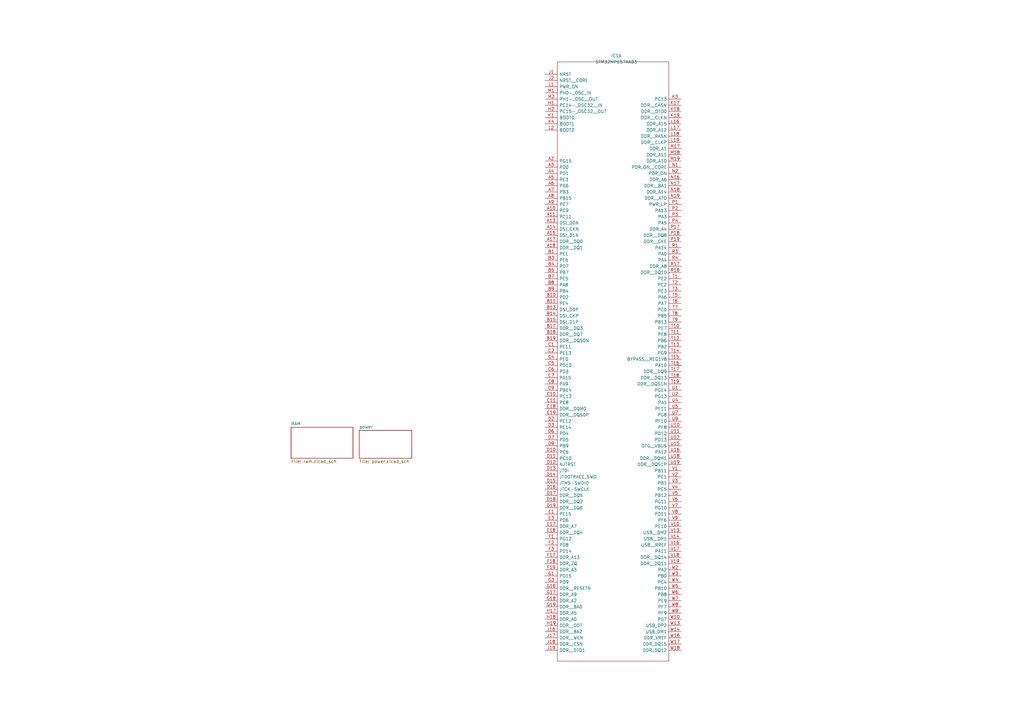
<source format=kicad_sch>
(kicad_sch (version 20230121) (generator eeschema)
  (paper "A3")
  (lib_symbols
    (symbol "ARMband:STM32MP157AAB3_(modified)" (pin_names (offset 0.762))
      (property "Reference" "IC" (at 13.335 137.16 0))
      (property "Value" "STM32MP157AAB3" (at 13.335 134.62 0))
      (symbol "STM32MP157AAB3_(modified)_1_0"
        (pin passive line (at 50.8 -15.24 180) (length 2.54) (name "") (number ""))
        (pin passive line (at -5.08 48.26 0) (length 5.08) (name "PC9") (number "A10"))
        (pin passive line (at -5.08 45.72 0) (length 5.08) (name "PC11") (number "A11"))
        (pin passive line (at -5.08 43.18 0) (length 5.08) (name "DSI_D0N") (number "A13"))
        (pin passive line (at -5.08 40.64 0) (length 5.08) (name "DSI_CKN") (number "A14"))
        (pin passive line (at -5.08 38.1 0) (length 5.08) (name "DSI_D1N") (number "A15"))
        (pin passive line (at -5.08 35.56 0) (length 5.08) (name "DDR__DQ0") (number "A17"))
        (pin passive line (at -5.08 33.02 0) (length 5.08) (name "DDR__DQ1") (number "A18"))
        (pin passive line (at -5.08 68.58 0) (length 5.08) (name "PG15") (number "A2"))
        (pin passive line (at -5.08 66.04 0) (length 5.08) (name "PD0") (number "A3"))
        (pin passive line (at -5.08 63.5 0) (length 5.08) (name "PD1") (number "A4"))
        (pin passive line (at -5.08 60.96 0) (length 5.08) (name "PE3") (number "A5"))
        (pin passive line (at -5.08 58.42 0) (length 5.08) (name "PG6") (number "A6"))
        (pin passive line (at -5.08 55.88 0) (length 5.08) (name "PB3") (number "A7"))
        (pin passive line (at -5.08 53.34 0) (length 5.08) (name "PB15") (number "A8"))
        (pin passive line (at -5.08 50.8 0) (length 5.08) (name "PC7") (number "A9"))
        (pin passive line (at -5.08 30.48 0) (length 5.08) (name "PE1") (number "B1"))
        (pin passive line (at -5.08 12.7 0) (length 5.08) (name "PD2") (number "B10"))
        (pin passive line (at -5.08 10.16 0) (length 5.08) (name "PE4") (number "B11"))
        (pin passive line (at -5.08 7.62 0) (length 5.08) (name "DSI_D0P") (number "B13"))
        (pin passive line (at -5.08 5.08 0) (length 5.08) (name "DSI_CKP") (number "B14"))
        (pin passive line (at -5.08 2.54 0) (length 5.08) (name "DSI_D1P") (number "B15"))
        (pin passive line (at -5.08 0 0) (length 5.08) (name "DDR__DQ3") (number "B17"))
        (pin passive line (at -5.08 -2.54 0) (length 5.08) (name "DDR__DQ7") (number "B18"))
        (pin passive line (at -5.08 -5.08 0) (length 5.08) (name "DDR__DQS0N") (number "B19"))
        (pin passive line (at -5.08 27.94 0) (length 5.08) (name "PE6") (number "B3"))
        (pin passive line (at -5.08 25.4 0) (length 5.08) (name "PD7") (number "B4"))
        (pin passive line (at -5.08 22.86 0) (length 5.08) (name "PB7") (number "B5"))
        (pin passive line (at -5.08 20.32 0) (length 5.08) (name "PE5") (number "B7"))
        (pin passive line (at -5.08 17.78 0) (length 5.08) (name "PA8") (number "B8"))
        (pin passive line (at -5.08 15.24 0) (length 5.08) (name "PB4") (number "B9"))
        (pin passive line (at -5.08 -7.62 0) (length 5.08) (name "PE11") (number "C1"))
        (pin passive line (at -5.08 -27.94 0) (length 5.08) (name "PC12") (number "C10"))
        (pin passive line (at -5.08 -30.48 0) (length 5.08) (name "PC8") (number "C11"))
        (pin passive line (at -5.08 -33.02 0) (length 5.08) (name "DDR__DQM0") (number "C18"))
        (pin passive line (at -5.08 -35.56 0) (length 5.08) (name "DDR__DQS0P") (number "C19"))
        (pin passive line (at -5.08 -10.16 0) (length 5.08) (name "PE13") (number "C2"))
        (pin passive line (at -5.08 -12.7 0) (length 5.08) (name "PE0") (number "C4"))
        (pin passive line (at -5.08 -15.24 0) (length 5.08) (name "PD10") (number "C5"))
        (pin passive line (at -5.08 -17.78 0) (length 5.08) (name "PD3") (number "C6"))
        (pin passive line (at -5.08 -20.32 0) (length 5.08) (name "PA15") (number "C7"))
        (pin passive line (at -5.08 -22.86 0) (length 5.08) (name "PA9") (number "C8"))
        (pin passive line (at -5.08 -25.4 0) (length 5.08) (name "PB14") (number "C9"))
        (pin passive line (at -5.08 -50.8 0) (length 5.08) (name "PC6") (number "D10"))
        (pin passive line (at -5.08 -53.34 0) (length 5.08) (name "PC10") (number "D11"))
        (pin passive line (at -5.08 -55.88 0) (length 5.08) (name "NJTRST") (number "D12"))
        (pin passive line (at -5.08 -58.42 0) (length 5.08) (name "JTDI") (number "D13"))
        (pin passive line (at -5.08 -60.96 0) (length 5.08) (name "JTDOTRACE_SWO") (number "D14"))
        (pin passive line (at -5.08 -63.5 0) (length 5.08) (name "JTMS-SWDIO") (number "D15"))
        (pin passive line (at -5.08 -66.04 0) (length 5.08) (name "JTCK-SWCLK") (number "D16"))
        (pin passive line (at -5.08 -68.58 0) (length 5.08) (name "DDR__DQ5") (number "D17"))
        (pin passive line (at -5.08 -71.12 0) (length 5.08) (name "DDR__DQ2") (number "D18"))
        (pin passive line (at -5.08 -73.66 0) (length 5.08) (name "DDR__DQ6") (number "D19"))
        (pin passive line (at -5.08 -38.1 0) (length 5.08) (name "PE12") (number "D2"))
        (pin passive line (at -5.08 -40.64 0) (length 5.08) (name "PE14") (number "D3"))
        (pin passive line (at -5.08 -43.18 0) (length 5.08) (name "PD4") (number "D6"))
        (pin passive line (at -5.08 -45.72 0) (length 5.08) (name "PD5") (number "D7"))
        (pin passive line (at -5.08 -48.26 0) (length 5.08) (name "PB9") (number "D9"))
        (pin passive line (at -5.08 -76.2 0) (length 5.08) (name "PE15") (number "E1"))
        (pin passive line (at -5.08 -81.28 0) (length 5.08) (name "DDR_A7") (number "E17"))
        (pin passive line (at -5.08 -83.82 0) (length 5.08) (name "DDR__DQ4") (number "E18"))
        (pin passive line (at -5.08 -78.74 0) (length 5.08) (name "PD6") (number "E3"))
        (pin passive line (at -5.08 -86.36 0) (length 5.08) (name "PG12") (number "F1"))
        (pin passive line (at -5.08 -93.98 0) (length 5.08) (name "DDR_A13") (number "F17"))
        (pin passive line (at -5.08 -96.52 0) (length 5.08) (name "DDR_ZQ") (number "F18"))
        (pin passive line (at -5.08 -99.06 0) (length 5.08) (name "DDR_A3") (number "F19"))
        (pin passive line (at -5.08 -88.9 0) (length 5.08) (name "PD8") (number "F2"))
        (pin passive line (at -5.08 -91.44 0) (length 5.08) (name "PD14") (number "F3"))
        (pin passive line (at -5.08 -101.6 0) (length 5.08) (name "PD15") (number "G1"))
        (pin passive line (at -5.08 -106.68 0) (length 5.08) (name "DDR__RESETN") (number "G16"))
        (pin passive line (at -5.08 -109.22 0) (length 5.08) (name "DDR_A9") (number "G17"))
        (pin passive line (at -5.08 -111.76 0) (length 5.08) (name "DDR_A2") (number "G18"))
        (pin passive line (at -5.08 -114.3 0) (length 5.08) (name "DDR__BA0") (number "G19"))
        (pin passive line (at -5.08 -104.14 0) (length 5.08) (name "PD9") (number "G3"))
        (pin passive line (at -5.08 91.44 0) (length 5.08) (name "PC14-_OSC32__IN") (number "H1"))
        (pin passive line (at -5.08 -116.84 0) (length 5.08) (name "DDR_A5") (number "H17"))
        (pin passive line (at -5.08 -119.38 0) (length 5.08) (name "DDR_A0") (number "H18"))
        (pin passive line (at -5.08 -121.92 0) (length 5.08) (name "DDR__ODT") (number "H19"))
        (pin passive line (at -5.08 88.9 0) (length 5.08) (name "PC15-_OSC32__OUT") (number "H2"))
        (pin passive line (at -5.08 104.14 0) (length 5.08) (name "NRST") (number "J1"))
        (pin passive line (at -5.08 -124.46 0) (length 5.08) (name "DDR__BA2") (number "J16"))
        (pin passive line (at -5.08 -127 0) (length 5.08) (name "DDR__WEN") (number "J17"))
        (pin passive line (at -5.08 -129.54 0) (length 5.08) (name "DDR__CSN") (number "J18"))
        (pin passive line (at -5.08 -132.08 0) (length 5.08) (name "DDR__DTO1") (number "J19"))
        (pin passive line (at -5.08 101.6 0) (length 5.08) (name "NRST__CORE") (number "J2"))
        (pin passive line (at -5.08 86.36 0) (length 5.08) (name "BOOT0") (number "K1"))
        (pin passive line (at 50.8 91.44 180) (length 5.08) (name "DDR__CASN") (number "K17"))
        (pin passive line (at 50.8 88.9 180) (length 5.08) (name "DDR__DTO0") (number "K18"))
        (pin passive line (at 50.8 86.36 180) (length 5.08) (name "DDR__CLKN") (number "K19"))
        (pin passive line (at 50.8 93.98 180) (length 5.08) (name "PC13") (number "K3"))
        (pin passive line (at -5.08 83.82 0) (length 5.08) (name "BOOT1") (number "K4"))
        (pin passive line (at -5.08 99.06 0) (length 5.08) (name "PWR_ON") (number "L1"))
        (pin passive line (at 50.8 83.82 180) (length 5.08) (name "DDR_A15") (number "L16"))
        (pin passive line (at 50.8 81.28 180) (length 5.08) (name "DDR_A12") (number "L17"))
        (pin passive line (at 50.8 78.74 180) (length 5.08) (name "DDR__RASN") (number "L18"))
        (pin passive line (at 50.8 76.2 180) (length 5.08) (name "DDR__CLKP") (number "L19"))
        (pin passive line (at -5.08 81.28 0) (length 5.08) (name "BOOT2") (number "L2"))
        (pin passive line (at -5.08 96.52 0) (length 5.08) (name "PH0-_OSC_IN") (number "M1"))
        (pin passive line (at 50.8 73.66 180) (length 5.08) (name "DDR_A1") (number "M17"))
        (pin passive line (at 50.8 71.12 180) (length 5.08) (name "DDR_A11") (number "M18"))
        (pin passive line (at 50.8 68.58 180) (length 5.08) (name "DDR_A10") (number "M19"))
        (pin passive line (at -5.08 93.98 0) (length 5.08) (name "PH1-_OSC__OUT") (number "M2"))
        (pin passive line (at 50.8 66.04 180) (length 5.08) (name "PDR_ON__CORE") (number "N1"))
        (pin passive line (at 50.8 60.96 180) (length 5.08) (name "DDR_A6") (number "N16"))
        (pin passive line (at 50.8 58.42 180) (length 5.08) (name "DDR__BA1") (number "N17"))
        (pin passive line (at 50.8 55.88 180) (length 5.08) (name "DDR_A14") (number "N18"))
        (pin passive line (at 50.8 53.34 180) (length 5.08) (name "DDR__ATO") (number "N19"))
        (pin passive line (at 50.8 63.5 180) (length 5.08) (name "PDR_ON") (number "N2"))
        (pin passive line (at 50.8 50.8 180) (length 5.08) (name "PWR_LP") (number "P1"))
        (pin passive line (at 50.8 40.64 180) (length 5.08) (name "DDR_A4") (number "P17"))
        (pin passive line (at 50.8 38.1 180) (length 5.08) (name "DDR__DQ8") (number "P18"))
        (pin passive line (at 50.8 35.56 180) (length 5.08) (name "DDR__CKE") (number "P19"))
        (pin passive line (at 50.8 48.26 180) (length 5.08) (name "PA13") (number "P2"))
        (pin passive line (at 50.8 45.72 180) (length 5.08) (name "PA3") (number "P3"))
        (pin passive line (at 50.8 43.18 180) (length 5.08) (name "PA5") (number "P4"))
        (pin passive line (at 50.8 33.02 180) (length 5.08) (name "PA14") (number "R1"))
        (pin passive line (at 50.8 25.4 180) (length 5.08) (name "DDR_A8") (number "R17"))
        (pin passive line (at 50.8 22.86 180) (length 5.08) (name "DDR__DQ10") (number "R18"))
        (pin passive line (at 50.8 30.48 180) (length 5.08) (name "PA0") (number "R3"))
        (pin passive line (at 50.8 27.94 180) (length 5.08) (name "PA4") (number "R4"))
        (pin passive line (at 50.8 20.32 180) (length 5.08) (name "PE2") (number "T1"))
        (pin passive line (at 50.8 0 180) (length 5.08) (name "PE7") (number "T10"))
        (pin passive line (at 50.8 -2.54 180) (length 5.08) (name "PE8") (number "T11"))
        (pin passive line (at 50.8 -5.08 180) (length 5.08) (name "PB6") (number "T12"))
        (pin passive line (at 50.8 -7.62 180) (length 5.08) (name "PB2") (number "T13"))
        (pin passive line (at 50.8 -10.16 180) (length 5.08) (name "PG9") (number "T14"))
        (pin passive line (at 50.8 -12.7 180) (length 5.08) (name "BYPASS__REG1V8") (number "T15"))
        (pin passive line (at 50.8 -15.24 180) (length 5.08) (name "PA10") (number "T16"))
        (pin passive line (at 50.8 -17.78 180) (length 5.08) (name "DDR__DQ9") (number "T17"))
        (pin passive line (at 50.8 -20.32 180) (length 5.08) (name "DDR__DQ13") (number "T18"))
        (pin passive line (at 50.8 -22.86 180) (length 5.08) (name "DDR__DQS1N") (number "T19"))
        (pin passive line (at 50.8 17.78 180) (length 5.08) (name "PC2") (number "T2"))
        (pin passive line (at 50.8 15.24 180) (length 5.08) (name "PC3") (number "T3"))
        (pin passive line (at 50.8 12.7 180) (length 5.08) (name "PA6") (number "T5"))
        (pin passive line (at 50.8 10.16 180) (length 5.08) (name "PA7") (number "T6"))
        (pin passive line (at 50.8 7.62 180) (length 5.08) (name "PC0") (number "T7"))
        (pin passive line (at 50.8 5.08 180) (length 5.08) (name "PB5") (number "T8"))
        (pin passive line (at 50.8 2.54 180) (length 5.08) (name "PB13") (number "T9"))
        (pin passive line (at 50.8 -25.4 180) (length 5.08) (name "PG14") (number "U1"))
        (pin passive line (at 50.8 -40.64 180) (length 5.08) (name "PF8") (number "U10"))
        (pin passive line (at 50.8 -43.18 180) (length 5.08) (name "PD12") (number "U11"))
        (pin passive line (at 50.8 -45.72 180) (length 5.08) (name "PD13") (number "U12"))
        (pin passive line (at 50.8 -48.26 180) (length 5.08) (name "OTG__VBUS") (number "U15"))
        (pin passive line (at 50.8 -50.8 180) (length 5.08) (name "PA12") (number "U16"))
        (pin passive line (at 50.8 -53.34 180) (length 5.08) (name "DDR__DQM1") (number "U18"))
        (pin passive line (at 50.8 -55.88 180) (length 5.08) (name "DDR__DQS1P") (number "U19"))
        (pin passive line (at 50.8 -27.94 180) (length 5.08) (name "PG13") (number "U2"))
        (pin passive line (at 50.8 -30.48 180) (length 5.08) (name "PA1") (number "U4"))
        (pin passive line (at 50.8 -33.02 180) (length 5.08) (name "PF11") (number "U5"))
        (pin passive line (at 50.8 -35.56 180) (length 5.08) (name "PG8") (number "U7"))
        (pin passive line (at 50.8 -38.1 180) (length 5.08) (name "PF10") (number "U9"))
        (pin passive line (at 50.8 -58.42 180) (length 5.08) (name "PB11") (number "V1"))
        (pin passive line (at 50.8 -81.28 180) (length 5.08) (name "PE10") (number "V10"))
        (pin passive line (at 50.8 -83.82 180) (length 5.08) (name "USB__DM2") (number "V13"))
        (pin passive line (at 50.8 -86.36 180) (length 5.08) (name "USB__DP1") (number "V14"))
        (pin passive line (at 50.8 -88.9 180) (length 5.08) (name "USB__RREF") (number "V16"))
        (pin passive line (at 50.8 -91.44 180) (length 5.08) (name "PA11") (number "V17"))
        (pin passive line (at 50.8 -93.98 180) (length 5.08) (name "DDR__DQ14") (number "V18"))
        (pin passive line (at 50.8 -96.52 180) (length 5.08) (name "DDR__DQ11") (number "V19"))
        (pin passive line (at 50.8 -60.96 180) (length 5.08) (name "PC1") (number "V2"))
        (pin passive line (at 50.8 -63.5 180) (length 5.08) (name "PB1") (number "V3"))
        (pin passive line (at 50.8 -66.04 180) (length 5.08) (name "PC5") (number "V4"))
        (pin passive line (at 50.8 -68.58 180) (length 5.08) (name "PB12") (number "V5"))
        (pin passive line (at 50.8 -71.12 180) (length 5.08) (name "PG11") (number "V6"))
        (pin passive line (at 50.8 -73.66 180) (length 5.08) (name "PG10") (number "V7"))
        (pin passive line (at 50.8 -76.2 180) (length 5.08) (name "PD11") (number "V8"))
        (pin passive line (at 50.8 -78.74 180) (length 5.08) (name "PF6") (number "V9"))
        (pin passive line (at 50.8 -119.38 180) (length 5.08) (name "PG7") (number "W10"))
        (pin passive line (at 50.8 -121.92 180) (length 5.08) (name "USB_DP2") (number "W13"))
        (pin passive line (at 50.8 -124.46 180) (length 5.08) (name "USB_DM1") (number "W14"))
        (pin passive line (at 50.8 -127 180) (length 5.08) (name "DDR_VREF") (number "W16"))
        (pin passive line (at 50.8 -129.54 180) (length 5.08) (name "DDR_DQ15") (number "W17"))
        (pin passive line (at 50.8 -132.08 180) (length 5.08) (name "DDR_DQ12") (number "W18"))
        (pin passive line (at 50.8 -99.06 180) (length 5.08) (name "PA2") (number "W2"))
        (pin passive line (at 50.8 -101.6 180) (length 5.08) (name "PB0") (number "W3"))
        (pin passive line (at 50.8 -104.14 180) (length 5.08) (name "PC4") (number "W4"))
        (pin passive line (at 50.8 -106.68 180) (length 5.08) (name "PB10") (number "W5"))
        (pin passive line (at 50.8 -109.22 180) (length 5.08) (name "PB8") (number "W6"))
        (pin passive line (at 50.8 -111.76 180) (length 5.08) (name "PE9") (number "W7"))
        (pin passive line (at 50.8 -114.3 180) (length 5.08) (name "PF7") (number "W8"))
        (pin passive line (at 50.8 -116.84 180) (length 5.08) (name "PF9") (number "W9"))
      )
      (symbol "STM32MP157AAB3_(modified)_1_1"
        (rectangle (start 0 109.22) (end 45.72 -136.525))
      )
      (symbol "STM32MP157AAB3_(modified)_2_0"
        (pin passive line (at -124.46 -28.575 90) (length 5.08) (name "VSS_1") (number "A1"))
        (pin passive line (at -91.44 28.575 270) (length 5.08) (name "VDD_DSI") (number "A12"))
        (pin passive line (at -88.9 28.575 270) (length 5.08) (name "VDD1V2__DSI_PHY") (number "A16"))
        (pin passive line (at -121.92 -28.575 90) (length 5.08) (name "VSS_2") (number "A19"))
        (pin passive line (at -86.36 28.575 270) (length 5.08) (name "VDDA_1V8_DSI") (number "B12"))
        (pin passive line (at -83.82 28.575 270) (length 5.08) (name "VDD_1V2_DSI__REG") (number "B16"))
        (pin passive line (at -119.38 -28.575 90) (length 5.08) (name "VSS_3") (number "B2"))
        (pin passive line (at -116.84 -28.575 90) (length 5.08) (name "VSS_4") (number "B6"))
        (pin passive line (at -111.76 -28.575 90) (length 5.08) (name "VSS_DSI_1") (number "C12"))
        (pin passive line (at -109.22 -28.575 90) (length 5.08) (name "VSS_DSI_2") (number "C13"))
        (pin passive line (at -106.68 -28.575 90) (length 5.08) (name "VSS_DSI_3") (number "C14"))
        (pin passive line (at -104.14 -28.575 90) (length 5.08) (name "VSS_DSI_4") (number "C15"))
        (pin passive line (at -101.6 -28.575 90) (length 5.08) (name "VSS_DSI_5") (number "C16"))
        (pin passive line (at -99.06 -28.575 90) (length 5.08) (name "VSS_6") (number "C17"))
        (pin passive line (at -114.3 -28.575 90) (length 5.08) (name "VSS_5") (number "C3"))
        (pin passive line (at -96.52 -28.575 90) (length 5.08) (name "VSS_7") (number "D1"))
        (pin passive line (at -93.98 -28.575 90) (length 5.08) (name "VSS_8") (number "D4"))
        (pin passive line (at -91.44 -28.575 90) (length 5.08) (name "VSS_9") (number "D5"))
        (pin passive line (at -88.9 -28.575 90) (length 5.08) (name "VSS_10") (number "D8"))
        (pin passive line (at -73.66 -28.575 90) (length 5.08) (name "VSS_16") (number "E10"))
        (pin passive line (at -76.2 28.575 270) (length 5.08) (name "VDD_CORE_3") (number "E11"))
        (pin passive line (at -71.12 -28.575 90) (length 5.08) (name "VSS_17") (number "E12"))
        (pin passive line (at -73.66 28.575 270) (length 5.08) (name "VDD_CORE_4") (number "E13"))
        (pin passive line (at -68.58 -28.575 90) (length 5.08) (name "VSS_18") (number "E14"))
        (pin passive line (at -71.12 28.575 270) (length 5.08) (name "VDDQ__DDR_1") (number "E15"))
        (pin passive line (at -66.04 -28.575 90) (length 5.08) (name "VSS_19") (number "E16"))
        (pin passive line (at -86.36 -28.575 90) (length 5.08) (name "VSS_11") (number "E2"))
        (pin passive line (at -83.82 -28.575 90) (length 5.08) (name "VSS_12") (number "E4"))
        (pin passive line (at -81.28 -28.575 90) (length 5.08) (name "VSS_13") (number "E5"))
        (pin passive line (at -78.74 -28.575 90) (length 5.08) (name "VSS_14") (number "E6"))
        (pin passive line (at -81.28 28.575 270) (length 5.08) (name "VDD_CORE_1") (number "E7"))
        (pin passive line (at -76.2 -28.575 90) (length 5.08) (name "VSS_15") (number "E8"))
        (pin passive line (at -78.74 28.575 270) (length 5.08) (name "VDD_CORE_2") (number "E9"))
        (pin passive line (at -60.96 28.575 270) (length 5.08) (name "VDD_CORE_8") (number "F10"))
        (pin passive line (at -55.88 -28.575 90) (length 5.08) (name "VSS_23") (number "F11"))
        (pin passive line (at -58.42 28.575 270) (length 5.08) (name "VDD_CORE_9") (number "F12"))
        (pin passive line (at -53.34 -28.575 90) (length 5.08) (name "VSS__PLL2") (number "F13"))
        (pin passive line (at -55.88 28.575 270) (length 5.08) (name "VDDQ__DDR_2") (number "F14"))
        (pin passive line (at -50.8 -28.575 90) (length 5.08) (name "VSS_24") (number "F15"))
        (pin passive line (at -68.58 28.575 270) (length 5.08) (name "VDD_CORE_5") (number "F4"))
        (pin passive line (at -63.5 -28.575 90) (length 5.08) (name "VSS_20") (number "F5"))
        (pin passive line (at -66.04 28.575 270) (length 5.08) (name "VDD_CORE_6") (number "F6"))
        (pin passive line (at -60.96 -28.575 90) (length 5.08) (name "VSS_21") (number "F7"))
        (pin passive line (at -63.5 28.575 270) (length 5.08) (name "VDD_CORE_7") (number "F8"))
        (pin passive line (at -58.42 -28.575 90) (length 5.08) (name "VSS_22") (number "F9"))
        (pin passive line (at -38.1 -28.575 90) (length 5.08) (name "VSS_29") (number "G10"))
        (pin passive line (at -45.72 28.575 270) (length 5.08) (name "VDD_CORE_13") (number "G11"))
        (pin passive line (at -35.56 -28.575 90) (length 5.08) (name "VSS_30") (number "G12"))
        (pin passive line (at -43.18 28.575 270) (length 5.08) (name "VDD__PLL2") (number "G13"))
        (pin passive line (at -33.02 -28.575 90) (length 5.08) (name "VSS_31") (number "G14"))
        (pin passive line (at -40.64 28.575 270) (length 5.08) (name "VDDQ__DDR_3") (number "G15"))
        (pin passive line (at -48.26 -28.575 90) (length 5.08) (name "VSS_25") (number "G2"))
        (pin passive line (at -45.72 -28.575 90) (length 5.08) (name "VSS_26") (number "G4"))
        (pin passive line (at -53.34 28.575 270) (length 5.08) (name "VDD_CORE_10") (number "G5"))
        (pin passive line (at -43.18 -28.575 90) (length 5.08) (name "VSS_27") (number "G6"))
        (pin passive line (at -50.8 28.575 270) (length 5.08) (name "VDD_CORE_11") (number "G7"))
        (pin passive line (at -40.64 -28.575 90) (length 5.08) (name "VSS_28") (number "G8"))
        (pin passive line (at -48.26 28.575 270) (length 5.08) (name "VDD_CORE_12") (number "G9"))
        (pin passive line (at -27.94 28.575 270) (length 5.08) (name "VDD_CORE_17") (number "H10"))
        (pin passive line (at -22.86 -28.575 90) (length 5.08) (name "VSS_35") (number "H11"))
        (pin passive line (at -25.4 28.575 270) (length 5.08) (name "VDD_CORE_18") (number "H12"))
        (pin passive line (at -20.32 -28.575 90) (length 5.08) (name "VSS_36") (number "H13"))
        (pin passive line (at -22.86 28.575 270) (length 5.08) (name "VDDQ__DDR_4") (number "H14"))
        (pin passive line (at -17.78 -28.575 90) (length 5.08) (name "VSS_37") (number "H15"))
        (pin passive line (at -38.1 28.575 270) (length 5.08) (name "VBAT") (number "H3"))
        (pin passive line (at -35.56 28.575 270) (length 5.08) (name "VDD_CORE_14") (number "H4"))
        (pin passive line (at -30.48 -28.575 90) (length 5.08) (name "VSS_32") (number "H5"))
        (pin passive line (at -33.02 28.575 270) (length 5.08) (name "VDD_CORE_15") (number "H6"))
        (pin passive line (at -27.94 -28.575 90) (length 5.08) (name "VSS_33") (number "H7"))
        (pin passive line (at -30.48 28.575 270) (length 5.08) (name "VDD_CORE_16") (number "H8"))
        (pin passive line (at -25.4 -28.575 90) (length 5.08) (name "VSS_34") (number "H9"))
        (pin passive line (at -5.08 -28.575 90) (length 5.08) (name "VSS_41") (number "J10"))
        (pin passive line (at -12.7 28.575 270) (length 5.08) (name "VDD_CORE_21") (number "J11"))
        (pin passive line (at -2.54 -28.575 90) (length 5.08) (name "VSS_42") (number "J12"))
        (pin passive line (at -10.16 28.575 270) (length 5.08) (name "VDD_CORE_22") (number "J13"))
        (pin passive line (at 0 -28.575 90) (length 5.08) (name "VSS_43") (number "J14"))
        (pin passive line (at -7.62 28.575 270) (length 5.08) (name "VDDQ__DDR_5") (number "J15"))
        (pin passive line (at -15.24 -28.575 90) (length 5.08) (name "VSS_38") (number "J3"))
        (pin passive line (at -12.7 -28.575 90) (length 5.08) (name "VSS_PLL") (number "J4"))
        (pin passive line (at -20.32 28.575 270) (length 5.08) (name "VDD_PLL") (number "J5"))
        (pin passive line (at -10.16 -28.575 90) (length 5.08) (name "VSS_39") (number "J6"))
        (pin passive line (at -17.78 28.575 270) (length 5.08) (name "VDD_CORE_19") (number "J7"))
        (pin passive line (at -7.62 -28.575 90) (length 5.08) (name "VSS_40") (number "J8"))
        (pin passive line (at -15.24 28.575 270) (length 5.08) (name "VDD_CORE_20") (number "J9"))
        (pin passive line (at 0 28.575 270) (length 5.08) (name "VDD_CORE_24") (number "K10"))
        (pin passive line (at 12.7 -28.575 90) (length 5.08) (name "VSS_48") (number "K11"))
        (pin passive line (at 2.54 28.575 270) (length 5.08) (name "VDD_CORE_25") (number "K12"))
        (pin passive line (at 15.24 -28.575 90) (length 5.08) (name "VSS_49") (number "K13"))
        (pin passive line (at 5.08 28.575 270) (length 5.08) (name "VDDQ__DDR_6") (number "K14"))
        (pin passive line (at 17.78 -28.575 90) (length 5.08) (name "VSS_50") (number "K15"))
        (pin passive line (at 2.54 -28.575 90) (length 5.08) (name "VSS_44") (number "K2"))
        (pin passive line (at 5.08 -28.575 90) (length 5.08) (name "VSS_45") (number "K5"))
        (pin passive line (at -5.08 28.575 270) (length 5.08) (name "VDD_1") (number "K6"))
        (pin passive line (at 7.62 -28.575 90) (length 5.08) (name "VSS_46") (number "K7"))
        (pin passive line (at -2.54 28.575 270) (length 5.08) (name "VDD_CORE_23") (number "K8"))
        (pin passive line (at 10.16 -28.575 90) (length 5.08) (name "VSS_47") (number "K9"))
        (pin passive line (at 27.94 -28.575 90) (length 5.08) (name "VSS_53") (number "L10"))
        (pin passive line (at 17.78 28.575 270) (length 5.08) (name "VDD_CORE_27") (number "L11"))
        (pin passive line (at 30.48 -28.575 90) (length 5.08) (name "VSS_54") (number "L12"))
        (pin passive line (at 20.32 28.575 270) (length 5.08) (name "VDD_CORE_28") (number "L13"))
        (pin passive line (at 33.02 -28.575 90) (length 5.08) (name "VSS_55") (number "L14"))
        (pin passive line (at 22.86 28.575 270) (length 5.08) (name "VDDQ__DDR_7") (number "L15"))
        (pin passive line (at 7.62 28.575 270) (length 5.08) (name "VDD__ANA") (number "L3"))
        (pin passive line (at 20.32 -28.575 90) (length 5.08) (name "VSS__ANA") (number "L4"))
        (pin passive line (at 10.16 28.575 270) (length 5.08) (name "VDD_2") (number "L5"))
        (pin passive line (at 22.86 -28.575 90) (length 5.08) (name "VSS_51") (number "L6"))
        (pin passive line (at 12.7 28.575 270) (length 5.08) (name "VDD_3") (number "L7"))
        (pin passive line (at 25.4 -28.575 90) (length 5.08) (name "VSS_52") (number "L8"))
        (pin passive line (at 15.24 28.575 270) (length 5.08) (name "VDD_CORE_26") (number "L9"))
        (pin passive line (at 35.56 28.575 270) (length 5.08) (name "VDD_CORE_29") (number "M10"))
        (pin passive line (at 43.18 -28.575 90) (length 5.08) (name "VSS_59") (number "M11"))
        (pin passive line (at 38.1 28.575 270) (length 5.08) (name "VDD_CORE_30") (number "M12"))
        (pin passive line (at 45.72 -28.575 90) (length 5.08) (name "VSS_60") (number "M13"))
        (pin passive line (at 40.64 28.575 270) (length 5.08) (name "VDDQ__DDR_8") (number "M14"))
        (pin passive line (at 48.26 -28.575 90) (length 5.08) (name "VSS_61") (number "M15"))
        (pin passive line (at 25.4 28.575 270) (length 5.08) (name "VREF-") (number "M3"))
        (pin passive line (at 27.94 28.575 270) (length 5.08) (name "VDDA") (number "M4"))
        (pin passive line (at 35.56 -28.575 90) (length 5.08) (name "VSS_56") (number "M5"))
        (pin passive line (at 30.48 28.575 270) (length 5.08) (name "VDD_4") (number "M6"))
        (pin passive line (at 38.1 -28.575 90) (length 5.08) (name "VSS_57") (number "M7"))
        (pin passive line (at 33.02 28.575 270) (length 5.08) (name "VDD_5") (number "M8"))
        (pin passive line (at 40.64 -28.575 90) (length 5.08) (name "VSS_58") (number "M9"))
        (pin passive line (at 58.42 -28.575 90) (length 5.08) (name "VSS_64") (number "N10"))
        (pin passive line (at 53.34 28.575 270) (length 5.08) (name "VDD_CORE_31") (number "N11"))
        (pin passive line (at 60.96 -28.575 90) (length 5.08) (name "VSS_65") (number "N12"))
        (pin passive line (at 55.88 28.575 270) (length 5.08) (name "VDD_CORE_32") (number "N13"))
        (pin passive line (at 63.5 -28.575 90) (length 5.08) (name "VSS_66") (number "N14"))
        (pin passive line (at 58.42 28.575 270) (length 5.08) (name "VDDQ__DDR_9") (number "N15"))
        (pin passive line (at 43.18 28.575 270) (length 5.08) (name "VREF+") (number "N3"))
        (pin passive line (at 50.8 -28.575 90) (length 5.08) (name "VSSA_1") (number "N4"))
        (pin passive line (at 45.72 28.575 270) (length 5.08) (name "VDD_6") (number "N5"))
        (pin passive line (at 53.34 -28.575 90) (length 5.08) (name "VSS_62") (number "N6"))
        (pin passive line (at 48.26 28.575 270) (length 5.08) (name "VDD_7") (number "N7"))
        (pin passive line (at 55.88 -28.575 90) (length 5.08) (name "VSS_63") (number "N8"))
        (pin passive line (at 50.8 28.575 270) (length 5.08) (name "VDD_8") (number "N9"))
        (pin passive line (at 66.04 28.575 270) (length 5.08) (name "VDD_11") (number "P10"))
        (pin passive line (at 73.66 -28.575 90) (length 5.08) (name "VSS_69") (number "P11"))
        (pin passive line (at 68.58 28.575 270) (length 5.08) (name "VDD_CORE_33") (number "P12"))
        (pin passive line (at 76.2 -28.575 90) (length 5.08) (name "VSS_70") (number "P13"))
        (pin passive line (at 71.12 28.575 270) (length 5.08) (name "VDDQ__DDR_10") (number "P14"))
        (pin passive line (at 78.74 -28.575 90) (length 5.08) (name "VSS_71") (number "P15"))
        (pin passive line (at 66.04 -28.575 90) (length 5.08) (name "VSSA_2") (number "P5"))
        (pin passive line (at 60.96 28.575 270) (length 5.08) (name "VDD_9") (number "P6"))
        (pin passive line (at 68.58 -28.575 90) (length 5.08) (name "VSS_67") (number "P7"))
        (pin passive line (at 63.5 28.575 270) (length 5.08) (name "VDD_10") (number "P8"))
        (pin passive line (at 71.12 -28.575 90) (length 5.08) (name "VSS_68") (number "P9"))
        (pin passive line (at 91.44 -28.575 90) (length 5.08) (name "VSS_75") (number "R10"))
        (pin passive line (at 78.74 28.575 270) (length 5.08) (name "VDD_14") (number "R11"))
        (pin passive line (at 93.98 -28.575 90) (length 5.08) (name "VSS_76") (number "R12"))
        (pin passive line (at 81.28 28.575 270) (length 5.08) (name "VDD_CORE_34") (number "R13"))
        (pin passive line (at 96.52 -28.575 90) (length 5.08) (name "VSS_77") (number "R14"))
        (pin passive line (at 83.82 28.575 270) (length 5.08) (name "VDDQ__DDR_11") (number "R15"))
        (pin passive line (at 99.06 -28.575 90) (length 5.08) (name "VSS_78") (number "R16"))
        (pin passive line (at 81.28 -28.575 90) (length 5.08) (name "VSS_72") (number "R2"))
        (pin passive line (at 83.82 -28.575 90) (length 5.08) (name "VSSA_3") (number "R5"))
        (pin passive line (at 86.36 -28.575 90) (length 5.08) (name "VSS_73") (number "R6"))
        (pin passive line (at 73.66 28.575 270) (length 5.08) (name "VDD_12") (number "R7"))
        (pin passive line (at 88.9 -28.575 90) (length 5.08) (name "VSS_74") (number "R8"))
        (pin passive line (at 76.2 28.575 270) (length 5.08) (name "VDD_13") (number "R9"))
        (pin passive line (at 101.6 -28.575 90) (length 5.08) (name "VSS_79") (number "T4"))
        (pin passive line (at 111.76 -28.575 90) (length 5.08) (name "VSS__USBHS_1") (number "U13"))
        (pin passive line (at 114.3 -28.575 90) (length 5.08) (name "VSS__USBHS_2") (number "U14"))
        (pin passive line (at 116.84 -28.575 90) (length 5.08) (name "VSS_83") (number "U17"))
        (pin passive line (at 104.14 -28.575 90) (length 5.08) (name "VSS_80") (number "U3"))
        (pin passive line (at 106.68 -28.575 90) (length 5.08) (name "VSS_81") (number "U6"))
        (pin passive line (at 109.22 -28.575 90) (length 5.08) (name "VSS_82") (number "U8"))
        (pin passive line (at 86.36 28.575 270) (length 5.08) (name "VDDA_1V8_REG") (number "V11"))
        (pin passive line (at 119.38 -28.575 90) (length 5.08) (name "VSS__USBHS_3") (number "V12"))
        (pin passive line (at 121.92 -28.575 90) (length 5.08) (name "VSS__USBHS_4") (number "V15"))
        (pin passive line (at 124.46 -28.575 90) (length 5.08) (name "VSS_84") (number "W1"))
        (pin passive line (at 88.9 28.575 270) (length 5.08) (name "VDDA_1V1_REG") (number "W11"))
        (pin passive line (at 91.44 28.575 270) (length 5.08) (name "VDD3V3_USBHS") (number "W12"))
        (pin passive line (at 93.98 28.575 270) (length 5.08) (name "VDD3V3_USBFS") (number "W15"))
        (pin passive line (at 127 -28.575 90) (length 5.08) (name "VSS_85") (number "W19"))
      )
      (symbol "STM32MP157AAB3_(modified)_2_1"
        (rectangle (start -127 23.495) (end 130.175 -23.495))
      )
    )
  )
  (symbol (lib_id "ARMband:STM32MP157AAB3_(modified)") (at 228.6 134.62 0) (unit 1)
    (property "Reference" "IC1" (at 252.73 22.86 0))
    (property "Value" "STM32MP157AAB3" (at 252.73 25.4 0))
    (property "Footprint" "ARMband:BGA354C80P19X19_1600X1600X129" (effects hide))
    (property "Datasheet" "https://www.st.com/resource/en/datasheet/stm32mp157a.pdf" (effects hide))
    (property "Description" "STMICROELECTRONICS - STM32MP157AAB3 - MPU, 32BIT, CORTEX-A7/CORTEX-M4 , LFBGA" (effects hide))
    (property "Height" "1.29" (effects hide))
    (property "Mouser Part Number" "511-STM32MP157AAB3" (effects hide))
    (property "Mouser Price/Stock" "https://www.mouser.co.uk/ProductDetail/STMicroelectronics/STM32MP157AAB3?qs=vLWxofP3U2wVYzvUghh9uw%3D%3D" (effects hide))
    (property "Manufacturer_Name" "STMicroelectronics" (effects hide))
    (property "Manufacturer_Part_Number" "STM32MP157AAB3" (effects hide))
  )
  (sheet (at 147.32 176.53) (size 21.59 11.43) (stroke (width 0.1524))
    (property "Sheetname" "power" (at 147.32 175.8184 0) (effects (justify left bottom)))
    (property "Sheetfile" "power.kicad_sch" (at 147.32 188.5446 0) (effects (justify left top)))
  )
  (sheet (at 119.38 175.26) (size 25.4 12.7) (stroke (width 0.1524))
    (property "Sheetname" "RAM" (at 119.38 174.5484 0) (effects (justify left bottom)))
    (property "Sheetfile" "ram.kicad_sch" (at 119.38 188.5446 0) (effects (justify left top)))
  )
)
</source>
